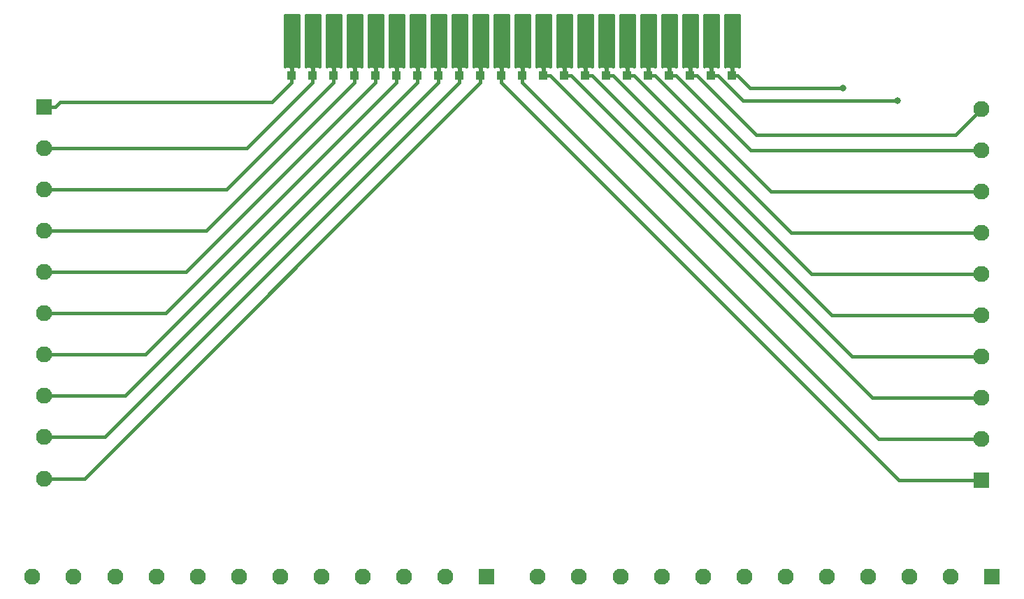
<source format=gbr>
G04 #@! TF.GenerationSoftware,KiCad,Pcbnew,(5.1.2-1)-1*
G04 #@! TF.CreationDate,2020-06-13T21:23:10-04:00*
G04 #@! TF.ProjectId,ArcadePanel,41726361-6465-4506-916e-656c2e6b6963,rev?*
G04 #@! TF.SameCoordinates,Original*
G04 #@! TF.FileFunction,Copper,L1,Top*
G04 #@! TF.FilePolarity,Positive*
%FSLAX46Y46*%
G04 Gerber Fmt 4.6, Leading zero omitted, Abs format (unit mm)*
G04 Created by KiCad (PCBNEW (5.1.2-1)-1) date 2020-06-13 21:23:10*
%MOMM*%
%LPD*%
G04 APERTURE LIST*
%ADD10R,1.000000X1.000000*%
%ADD11C,1.950000*%
%ADD12R,1.950000X1.950000*%
%ADD13C,0.800000*%
%ADD14C,0.381000*%
%ADD15C,0.254000*%
G04 APERTURE END LIST*
D10*
X205740000Y-60960000D03*
X203200000Y-60960000D03*
X200660000Y-60960000D03*
X198120000Y-60960000D03*
X195580000Y-60960000D03*
X193040000Y-60960000D03*
X190500000Y-60960000D03*
X187960000Y-60960000D03*
X185420000Y-60960000D03*
X182880000Y-60960000D03*
X180340000Y-60960000D03*
X177800000Y-60960000D03*
X175260000Y-60960000D03*
X172720000Y-60960000D03*
X170180000Y-60960000D03*
X167640000Y-60960000D03*
X165100000Y-60960000D03*
X162560000Y-60960000D03*
X160020000Y-60960000D03*
X157480000Y-60960000D03*
X154940000Y-60960000D03*
X152400000Y-60960000D03*
D11*
X121022000Y-121666000D03*
X126022000Y-121666000D03*
X131022000Y-121666000D03*
X136022000Y-121666000D03*
X141022000Y-121666000D03*
X146022000Y-121666000D03*
X151022000Y-121666000D03*
X156022000Y-121666000D03*
X161022000Y-121666000D03*
X166022000Y-121666000D03*
X171022000Y-121666000D03*
D12*
X176022000Y-121666000D03*
D11*
X182236000Y-121666000D03*
X187236000Y-121666000D03*
X192236000Y-121666000D03*
X197236000Y-121666000D03*
X202236000Y-121666000D03*
X207236000Y-121666000D03*
X212236000Y-121666000D03*
X217236000Y-121666000D03*
X222236000Y-121666000D03*
X227236000Y-121666000D03*
X232236000Y-121666000D03*
D12*
X237236000Y-121666000D03*
D11*
X235966000Y-64982000D03*
X235966000Y-69982000D03*
X235966000Y-74982000D03*
X235966000Y-79982000D03*
X235966000Y-84982000D03*
X235966000Y-89982000D03*
X235966000Y-94982000D03*
X235966000Y-99982000D03*
X235966000Y-104982000D03*
D12*
X235966000Y-109982000D03*
D11*
X122428000Y-109770000D03*
X122428000Y-104770000D03*
X122428000Y-99770000D03*
X122428000Y-94770000D03*
X122428000Y-89770000D03*
X122428000Y-84770000D03*
X122428000Y-79770000D03*
X122428000Y-74770000D03*
X122428000Y-69770000D03*
D12*
X122428000Y-64770000D03*
D13*
X219202000Y-62484000D03*
X225806000Y-64008000D03*
D14*
X123806858Y-109770000D02*
X122428000Y-109770000D01*
X127331000Y-109770000D02*
X123806858Y-109770000D01*
X175260000Y-61841000D02*
X127331000Y-109770000D01*
X175260000Y-60960000D02*
X175260000Y-61841000D01*
X123806858Y-104770000D02*
X122428000Y-104770000D01*
X129791000Y-104770000D02*
X123806858Y-104770000D01*
X172720000Y-61841000D02*
X129791000Y-104770000D01*
X172720000Y-60960000D02*
X172720000Y-61841000D01*
X123806858Y-99770000D02*
X122428000Y-99770000D01*
X132251000Y-99770000D02*
X123806858Y-99770000D01*
X170180000Y-61841000D02*
X132251000Y-99770000D01*
X170180000Y-60960000D02*
X170180000Y-61841000D01*
X123806858Y-94770000D02*
X122428000Y-94770000D01*
X134711000Y-94770000D02*
X123806858Y-94770000D01*
X167640000Y-61841000D02*
X134711000Y-94770000D01*
X167640000Y-60960000D02*
X167640000Y-61841000D01*
X123806858Y-89770000D02*
X122428000Y-89770000D01*
X137171000Y-89770000D02*
X123806858Y-89770000D01*
X165100000Y-61841000D02*
X137171000Y-89770000D01*
X165100000Y-60960000D02*
X165100000Y-61841000D01*
X139631000Y-84770000D02*
X123806858Y-84770000D01*
X162560000Y-61841000D02*
X139631000Y-84770000D01*
X123806858Y-84770000D02*
X122428000Y-84770000D01*
X162560000Y-60960000D02*
X162560000Y-61841000D01*
X123806858Y-79770000D02*
X122428000Y-79770000D01*
X142091000Y-79770000D02*
X123806858Y-79770000D01*
X160020000Y-61841000D02*
X142091000Y-79770000D01*
X160020000Y-60960000D02*
X160020000Y-61841000D01*
X123806858Y-74770000D02*
X122428000Y-74770000D01*
X144551000Y-74770000D02*
X123806858Y-74770000D01*
X157480000Y-61841000D02*
X144551000Y-74770000D01*
X157480000Y-60960000D02*
X157480000Y-61841000D01*
X123806858Y-69770000D02*
X122428000Y-69770000D01*
X147011000Y-69770000D02*
X123806858Y-69770000D01*
X154940000Y-61841000D02*
X147011000Y-69770000D01*
X154940000Y-60960000D02*
X154940000Y-61841000D01*
X150064501Y-64176499D02*
X124377501Y-64176499D01*
X152400000Y-61841000D02*
X150064501Y-64176499D01*
X123784000Y-64770000D02*
X122428000Y-64770000D01*
X124377501Y-64176499D02*
X123784000Y-64770000D01*
X152400000Y-60960000D02*
X152400000Y-61841000D01*
X232790499Y-68157501D02*
X234991001Y-65956999D01*
X201541000Y-60960000D02*
X208738501Y-68157501D01*
X234991001Y-65956999D02*
X235966000Y-64982000D01*
X208738501Y-68157501D02*
X232790499Y-68157501D01*
X200660000Y-60960000D02*
X201541000Y-60960000D01*
X234587142Y-69982000D02*
X235966000Y-69982000D01*
X208023000Y-69982000D02*
X234587142Y-69982000D01*
X199001000Y-60960000D02*
X208023000Y-69982000D01*
X198120000Y-60960000D02*
X199001000Y-60960000D01*
X234587142Y-74982000D02*
X235966000Y-74982000D01*
X210483000Y-74982000D02*
X234587142Y-74982000D01*
X196461000Y-60960000D02*
X210483000Y-74982000D01*
X195580000Y-60960000D02*
X196461000Y-60960000D01*
X193921000Y-60960000D02*
X212943000Y-79982000D01*
X234587142Y-79982000D02*
X235966000Y-79982000D01*
X212943000Y-79982000D02*
X234587142Y-79982000D01*
X193040000Y-60960000D02*
X193921000Y-60960000D01*
X234587142Y-84982000D02*
X235966000Y-84982000D01*
X215403000Y-84982000D02*
X234587142Y-84982000D01*
X191381000Y-60960000D02*
X215403000Y-84982000D01*
X190500000Y-60960000D02*
X191381000Y-60960000D01*
X234587142Y-89982000D02*
X235966000Y-89982000D01*
X217863000Y-89982000D02*
X234587142Y-89982000D01*
X188841000Y-60960000D02*
X217863000Y-89982000D01*
X187960000Y-60960000D02*
X188841000Y-60960000D01*
X234587142Y-94982000D02*
X235966000Y-94982000D01*
X220323000Y-94982000D02*
X234587142Y-94982000D01*
X186301000Y-60960000D02*
X220323000Y-94982000D01*
X185420000Y-60960000D02*
X186301000Y-60960000D01*
X234587142Y-99982000D02*
X235966000Y-99982000D01*
X222783000Y-99982000D02*
X234587142Y-99982000D01*
X183761000Y-60960000D02*
X222783000Y-99982000D01*
X182880000Y-60960000D02*
X183761000Y-60960000D01*
X180340000Y-61841000D02*
X180340000Y-60960000D01*
X223481000Y-104982000D02*
X180340000Y-61841000D01*
X235966000Y-104982000D02*
X223481000Y-104982000D01*
X225941000Y-109982000D02*
X177800000Y-61841000D01*
X177800000Y-61841000D02*
X177800000Y-60960000D01*
X235966000Y-109982000D02*
X225941000Y-109982000D01*
X207946381Y-62484000D02*
X216662000Y-62484000D01*
X216662000Y-62484000D02*
X219202000Y-62484000D01*
X206422381Y-60960000D02*
X207946381Y-62484000D01*
X205740000Y-60960000D02*
X206422381Y-60960000D01*
X219202000Y-62484000D02*
X219202000Y-62484000D01*
X204081000Y-60960000D02*
X207129000Y-64008000D01*
X203200000Y-60960000D02*
X204081000Y-60960000D01*
X207129000Y-64008000D02*
X225806000Y-64008000D01*
X225806000Y-64008000D02*
X225806000Y-64008000D01*
D15*
G36*
X153289000Y-59957781D02*
G01*
X153254494Y-59929463D01*
X153144180Y-59870498D01*
X153024482Y-59834188D01*
X152900000Y-59821928D01*
X152685750Y-59825000D01*
X152527000Y-59983750D01*
X152527000Y-60833000D01*
X152273000Y-60833000D01*
X152273000Y-59983750D01*
X152114250Y-59825000D01*
X151900000Y-59821928D01*
X151775518Y-59834188D01*
X151655820Y-59870498D01*
X151545506Y-59929463D01*
X151511000Y-59957781D01*
X151511000Y-53619000D01*
X153289000Y-53619000D01*
X153289000Y-59957781D01*
X153289000Y-59957781D01*
G37*
X153289000Y-59957781D02*
X153254494Y-59929463D01*
X153144180Y-59870498D01*
X153024482Y-59834188D01*
X152900000Y-59821928D01*
X152685750Y-59825000D01*
X152527000Y-59983750D01*
X152527000Y-60833000D01*
X152273000Y-60833000D01*
X152273000Y-59983750D01*
X152114250Y-59825000D01*
X151900000Y-59821928D01*
X151775518Y-59834188D01*
X151655820Y-59870498D01*
X151545506Y-59929463D01*
X151511000Y-59957781D01*
X151511000Y-53619000D01*
X153289000Y-53619000D01*
X153289000Y-59957781D01*
G36*
X155829000Y-59957781D02*
G01*
X155794494Y-59929463D01*
X155684180Y-59870498D01*
X155564482Y-59834188D01*
X155440000Y-59821928D01*
X155225750Y-59825000D01*
X155067000Y-59983750D01*
X155067000Y-60833000D01*
X154813000Y-60833000D01*
X154813000Y-59983750D01*
X154654250Y-59825000D01*
X154440000Y-59821928D01*
X154315518Y-59834188D01*
X154195820Y-59870498D01*
X154085506Y-59929463D01*
X154051000Y-59957781D01*
X154051000Y-53619000D01*
X155829000Y-53619000D01*
X155829000Y-59957781D01*
X155829000Y-59957781D01*
G37*
X155829000Y-59957781D02*
X155794494Y-59929463D01*
X155684180Y-59870498D01*
X155564482Y-59834188D01*
X155440000Y-59821928D01*
X155225750Y-59825000D01*
X155067000Y-59983750D01*
X155067000Y-60833000D01*
X154813000Y-60833000D01*
X154813000Y-59983750D01*
X154654250Y-59825000D01*
X154440000Y-59821928D01*
X154315518Y-59834188D01*
X154195820Y-59870498D01*
X154085506Y-59929463D01*
X154051000Y-59957781D01*
X154051000Y-53619000D01*
X155829000Y-53619000D01*
X155829000Y-59957781D01*
G36*
X158369000Y-59957781D02*
G01*
X158334494Y-59929463D01*
X158224180Y-59870498D01*
X158104482Y-59834188D01*
X157980000Y-59821928D01*
X157765750Y-59825000D01*
X157607000Y-59983750D01*
X157607000Y-60833000D01*
X157353000Y-60833000D01*
X157353000Y-59983750D01*
X157194250Y-59825000D01*
X156980000Y-59821928D01*
X156855518Y-59834188D01*
X156735820Y-59870498D01*
X156625506Y-59929463D01*
X156591000Y-59957781D01*
X156591000Y-53619000D01*
X158369000Y-53619000D01*
X158369000Y-59957781D01*
X158369000Y-59957781D01*
G37*
X158369000Y-59957781D02*
X158334494Y-59929463D01*
X158224180Y-59870498D01*
X158104482Y-59834188D01*
X157980000Y-59821928D01*
X157765750Y-59825000D01*
X157607000Y-59983750D01*
X157607000Y-60833000D01*
X157353000Y-60833000D01*
X157353000Y-59983750D01*
X157194250Y-59825000D01*
X156980000Y-59821928D01*
X156855518Y-59834188D01*
X156735820Y-59870498D01*
X156625506Y-59929463D01*
X156591000Y-59957781D01*
X156591000Y-53619000D01*
X158369000Y-53619000D01*
X158369000Y-59957781D01*
G36*
X160909000Y-59957781D02*
G01*
X160874494Y-59929463D01*
X160764180Y-59870498D01*
X160644482Y-59834188D01*
X160520000Y-59821928D01*
X160305750Y-59825000D01*
X160147000Y-59983750D01*
X160147000Y-60833000D01*
X159893000Y-60833000D01*
X159893000Y-59983750D01*
X159734250Y-59825000D01*
X159520000Y-59821928D01*
X159395518Y-59834188D01*
X159275820Y-59870498D01*
X159165506Y-59929463D01*
X159131000Y-59957781D01*
X159131000Y-53619000D01*
X160909000Y-53619000D01*
X160909000Y-59957781D01*
X160909000Y-59957781D01*
G37*
X160909000Y-59957781D02*
X160874494Y-59929463D01*
X160764180Y-59870498D01*
X160644482Y-59834188D01*
X160520000Y-59821928D01*
X160305750Y-59825000D01*
X160147000Y-59983750D01*
X160147000Y-60833000D01*
X159893000Y-60833000D01*
X159893000Y-59983750D01*
X159734250Y-59825000D01*
X159520000Y-59821928D01*
X159395518Y-59834188D01*
X159275820Y-59870498D01*
X159165506Y-59929463D01*
X159131000Y-59957781D01*
X159131000Y-53619000D01*
X160909000Y-53619000D01*
X160909000Y-59957781D01*
G36*
X163449000Y-59957781D02*
G01*
X163414494Y-59929463D01*
X163304180Y-59870498D01*
X163184482Y-59834188D01*
X163060000Y-59821928D01*
X162845750Y-59825000D01*
X162687000Y-59983750D01*
X162687000Y-60833000D01*
X162433000Y-60833000D01*
X162433000Y-59983750D01*
X162274250Y-59825000D01*
X162060000Y-59821928D01*
X161935518Y-59834188D01*
X161815820Y-59870498D01*
X161705506Y-59929463D01*
X161671000Y-59957781D01*
X161671000Y-53619000D01*
X163449000Y-53619000D01*
X163449000Y-59957781D01*
X163449000Y-59957781D01*
G37*
X163449000Y-59957781D02*
X163414494Y-59929463D01*
X163304180Y-59870498D01*
X163184482Y-59834188D01*
X163060000Y-59821928D01*
X162845750Y-59825000D01*
X162687000Y-59983750D01*
X162687000Y-60833000D01*
X162433000Y-60833000D01*
X162433000Y-59983750D01*
X162274250Y-59825000D01*
X162060000Y-59821928D01*
X161935518Y-59834188D01*
X161815820Y-59870498D01*
X161705506Y-59929463D01*
X161671000Y-59957781D01*
X161671000Y-53619000D01*
X163449000Y-53619000D01*
X163449000Y-59957781D01*
G36*
X165989000Y-59957781D02*
G01*
X165954494Y-59929463D01*
X165844180Y-59870498D01*
X165724482Y-59834188D01*
X165600000Y-59821928D01*
X165385750Y-59825000D01*
X165227000Y-59983750D01*
X165227000Y-60833000D01*
X164973000Y-60833000D01*
X164973000Y-59983750D01*
X164814250Y-59825000D01*
X164600000Y-59821928D01*
X164475518Y-59834188D01*
X164355820Y-59870498D01*
X164245506Y-59929463D01*
X164211000Y-59957781D01*
X164211000Y-53619000D01*
X165989000Y-53619000D01*
X165989000Y-59957781D01*
X165989000Y-59957781D01*
G37*
X165989000Y-59957781D02*
X165954494Y-59929463D01*
X165844180Y-59870498D01*
X165724482Y-59834188D01*
X165600000Y-59821928D01*
X165385750Y-59825000D01*
X165227000Y-59983750D01*
X165227000Y-60833000D01*
X164973000Y-60833000D01*
X164973000Y-59983750D01*
X164814250Y-59825000D01*
X164600000Y-59821928D01*
X164475518Y-59834188D01*
X164355820Y-59870498D01*
X164245506Y-59929463D01*
X164211000Y-59957781D01*
X164211000Y-53619000D01*
X165989000Y-53619000D01*
X165989000Y-59957781D01*
G36*
X168529000Y-59957781D02*
G01*
X168494494Y-59929463D01*
X168384180Y-59870498D01*
X168264482Y-59834188D01*
X168140000Y-59821928D01*
X167925750Y-59825000D01*
X167767000Y-59983750D01*
X167767000Y-60833000D01*
X167513000Y-60833000D01*
X167513000Y-59983750D01*
X167354250Y-59825000D01*
X167140000Y-59821928D01*
X167015518Y-59834188D01*
X166895820Y-59870498D01*
X166785506Y-59929463D01*
X166751000Y-59957781D01*
X166751000Y-53619000D01*
X168529000Y-53619000D01*
X168529000Y-59957781D01*
X168529000Y-59957781D01*
G37*
X168529000Y-59957781D02*
X168494494Y-59929463D01*
X168384180Y-59870498D01*
X168264482Y-59834188D01*
X168140000Y-59821928D01*
X167925750Y-59825000D01*
X167767000Y-59983750D01*
X167767000Y-60833000D01*
X167513000Y-60833000D01*
X167513000Y-59983750D01*
X167354250Y-59825000D01*
X167140000Y-59821928D01*
X167015518Y-59834188D01*
X166895820Y-59870498D01*
X166785506Y-59929463D01*
X166751000Y-59957781D01*
X166751000Y-53619000D01*
X168529000Y-53619000D01*
X168529000Y-59957781D01*
G36*
X171069000Y-59957781D02*
G01*
X171034494Y-59929463D01*
X170924180Y-59870498D01*
X170804482Y-59834188D01*
X170680000Y-59821928D01*
X170465750Y-59825000D01*
X170307000Y-59983750D01*
X170307000Y-60833000D01*
X170053000Y-60833000D01*
X170053000Y-59983750D01*
X169894250Y-59825000D01*
X169680000Y-59821928D01*
X169555518Y-59834188D01*
X169435820Y-59870498D01*
X169325506Y-59929463D01*
X169291000Y-59957781D01*
X169291000Y-53619000D01*
X171069000Y-53619000D01*
X171069000Y-59957781D01*
X171069000Y-59957781D01*
G37*
X171069000Y-59957781D02*
X171034494Y-59929463D01*
X170924180Y-59870498D01*
X170804482Y-59834188D01*
X170680000Y-59821928D01*
X170465750Y-59825000D01*
X170307000Y-59983750D01*
X170307000Y-60833000D01*
X170053000Y-60833000D01*
X170053000Y-59983750D01*
X169894250Y-59825000D01*
X169680000Y-59821928D01*
X169555518Y-59834188D01*
X169435820Y-59870498D01*
X169325506Y-59929463D01*
X169291000Y-59957781D01*
X169291000Y-53619000D01*
X171069000Y-53619000D01*
X171069000Y-59957781D01*
G36*
X173609000Y-59957781D02*
G01*
X173574494Y-59929463D01*
X173464180Y-59870498D01*
X173344482Y-59834188D01*
X173220000Y-59821928D01*
X173005750Y-59825000D01*
X172847000Y-59983750D01*
X172847000Y-60833000D01*
X172593000Y-60833000D01*
X172593000Y-59983750D01*
X172434250Y-59825000D01*
X172220000Y-59821928D01*
X172095518Y-59834188D01*
X171975820Y-59870498D01*
X171865506Y-59929463D01*
X171831000Y-59957781D01*
X171831000Y-53619000D01*
X173609000Y-53619000D01*
X173609000Y-59957781D01*
X173609000Y-59957781D01*
G37*
X173609000Y-59957781D02*
X173574494Y-59929463D01*
X173464180Y-59870498D01*
X173344482Y-59834188D01*
X173220000Y-59821928D01*
X173005750Y-59825000D01*
X172847000Y-59983750D01*
X172847000Y-60833000D01*
X172593000Y-60833000D01*
X172593000Y-59983750D01*
X172434250Y-59825000D01*
X172220000Y-59821928D01*
X172095518Y-59834188D01*
X171975820Y-59870498D01*
X171865506Y-59929463D01*
X171831000Y-59957781D01*
X171831000Y-53619000D01*
X173609000Y-53619000D01*
X173609000Y-59957781D01*
G36*
X176149000Y-59957781D02*
G01*
X176114494Y-59929463D01*
X176004180Y-59870498D01*
X175884482Y-59834188D01*
X175760000Y-59821928D01*
X175545750Y-59825000D01*
X175387000Y-59983750D01*
X175387000Y-60833000D01*
X175133000Y-60833000D01*
X175133000Y-59983750D01*
X174974250Y-59825000D01*
X174760000Y-59821928D01*
X174635518Y-59834188D01*
X174515820Y-59870498D01*
X174405506Y-59929463D01*
X174371000Y-59957781D01*
X174371000Y-53619000D01*
X176149000Y-53619000D01*
X176149000Y-59957781D01*
X176149000Y-59957781D01*
G37*
X176149000Y-59957781D02*
X176114494Y-59929463D01*
X176004180Y-59870498D01*
X175884482Y-59834188D01*
X175760000Y-59821928D01*
X175545750Y-59825000D01*
X175387000Y-59983750D01*
X175387000Y-60833000D01*
X175133000Y-60833000D01*
X175133000Y-59983750D01*
X174974250Y-59825000D01*
X174760000Y-59821928D01*
X174635518Y-59834188D01*
X174515820Y-59870498D01*
X174405506Y-59929463D01*
X174371000Y-59957781D01*
X174371000Y-53619000D01*
X176149000Y-53619000D01*
X176149000Y-59957781D01*
G36*
X178689000Y-59957781D02*
G01*
X178654494Y-59929463D01*
X178544180Y-59870498D01*
X178424482Y-59834188D01*
X178300000Y-59821928D01*
X178085750Y-59825000D01*
X177927000Y-59983750D01*
X177927000Y-60833000D01*
X177673000Y-60833000D01*
X177673000Y-59983750D01*
X177514250Y-59825000D01*
X177300000Y-59821928D01*
X177175518Y-59834188D01*
X177055820Y-59870498D01*
X176945506Y-59929463D01*
X176911000Y-59957781D01*
X176911000Y-53619000D01*
X178689000Y-53619000D01*
X178689000Y-59957781D01*
X178689000Y-59957781D01*
G37*
X178689000Y-59957781D02*
X178654494Y-59929463D01*
X178544180Y-59870498D01*
X178424482Y-59834188D01*
X178300000Y-59821928D01*
X178085750Y-59825000D01*
X177927000Y-59983750D01*
X177927000Y-60833000D01*
X177673000Y-60833000D01*
X177673000Y-59983750D01*
X177514250Y-59825000D01*
X177300000Y-59821928D01*
X177175518Y-59834188D01*
X177055820Y-59870498D01*
X176945506Y-59929463D01*
X176911000Y-59957781D01*
X176911000Y-53619000D01*
X178689000Y-53619000D01*
X178689000Y-59957781D01*
G36*
X181229000Y-59957781D02*
G01*
X181194494Y-59929463D01*
X181084180Y-59870498D01*
X180964482Y-59834188D01*
X180840000Y-59821928D01*
X180625750Y-59825000D01*
X180467000Y-59983750D01*
X180467000Y-60833000D01*
X180213000Y-60833000D01*
X180213000Y-59983750D01*
X180054250Y-59825000D01*
X179840000Y-59821928D01*
X179715518Y-59834188D01*
X179595820Y-59870498D01*
X179485506Y-59929463D01*
X179451000Y-59957781D01*
X179451000Y-53619000D01*
X181229000Y-53619000D01*
X181229000Y-59957781D01*
X181229000Y-59957781D01*
G37*
X181229000Y-59957781D02*
X181194494Y-59929463D01*
X181084180Y-59870498D01*
X180964482Y-59834188D01*
X180840000Y-59821928D01*
X180625750Y-59825000D01*
X180467000Y-59983750D01*
X180467000Y-60833000D01*
X180213000Y-60833000D01*
X180213000Y-59983750D01*
X180054250Y-59825000D01*
X179840000Y-59821928D01*
X179715518Y-59834188D01*
X179595820Y-59870498D01*
X179485506Y-59929463D01*
X179451000Y-59957781D01*
X179451000Y-53619000D01*
X181229000Y-53619000D01*
X181229000Y-59957781D01*
G36*
X183769000Y-59957781D02*
G01*
X183734494Y-59929463D01*
X183624180Y-59870498D01*
X183504482Y-59834188D01*
X183380000Y-59821928D01*
X183165750Y-59825000D01*
X183007000Y-59983750D01*
X183007000Y-60833000D01*
X182753000Y-60833000D01*
X182753000Y-59983750D01*
X182594250Y-59825000D01*
X182380000Y-59821928D01*
X182255518Y-59834188D01*
X182135820Y-59870498D01*
X182025506Y-59929463D01*
X181991000Y-59957781D01*
X181991000Y-53619000D01*
X183769000Y-53619000D01*
X183769000Y-59957781D01*
X183769000Y-59957781D01*
G37*
X183769000Y-59957781D02*
X183734494Y-59929463D01*
X183624180Y-59870498D01*
X183504482Y-59834188D01*
X183380000Y-59821928D01*
X183165750Y-59825000D01*
X183007000Y-59983750D01*
X183007000Y-60833000D01*
X182753000Y-60833000D01*
X182753000Y-59983750D01*
X182594250Y-59825000D01*
X182380000Y-59821928D01*
X182255518Y-59834188D01*
X182135820Y-59870498D01*
X182025506Y-59929463D01*
X181991000Y-59957781D01*
X181991000Y-53619000D01*
X183769000Y-53619000D01*
X183769000Y-59957781D01*
G36*
X186309000Y-59957781D02*
G01*
X186274494Y-59929463D01*
X186164180Y-59870498D01*
X186044482Y-59834188D01*
X185920000Y-59821928D01*
X185705750Y-59825000D01*
X185547000Y-59983750D01*
X185547000Y-60833000D01*
X185567000Y-60833000D01*
X185567000Y-60856977D01*
X185273000Y-60856977D01*
X185273000Y-60833000D01*
X185293000Y-60833000D01*
X185293000Y-59983750D01*
X185134250Y-59825000D01*
X184920000Y-59821928D01*
X184795518Y-59834188D01*
X184675820Y-59870498D01*
X184565506Y-59929463D01*
X184531000Y-59957781D01*
X184531000Y-53619000D01*
X186309000Y-53619000D01*
X186309000Y-59957781D01*
X186309000Y-59957781D01*
G37*
X186309000Y-59957781D02*
X186274494Y-59929463D01*
X186164180Y-59870498D01*
X186044482Y-59834188D01*
X185920000Y-59821928D01*
X185705750Y-59825000D01*
X185547000Y-59983750D01*
X185547000Y-60833000D01*
X185567000Y-60833000D01*
X185567000Y-60856977D01*
X185273000Y-60856977D01*
X185273000Y-60833000D01*
X185293000Y-60833000D01*
X185293000Y-59983750D01*
X185134250Y-59825000D01*
X184920000Y-59821928D01*
X184795518Y-59834188D01*
X184675820Y-59870498D01*
X184565506Y-59929463D01*
X184531000Y-59957781D01*
X184531000Y-53619000D01*
X186309000Y-53619000D01*
X186309000Y-59957781D01*
G36*
X188849000Y-59957781D02*
G01*
X188814494Y-59929463D01*
X188704180Y-59870498D01*
X188584482Y-59834188D01*
X188460000Y-59821928D01*
X188245750Y-59825000D01*
X188087000Y-59983750D01*
X188087000Y-60833000D01*
X187833000Y-60833000D01*
X187833000Y-59983750D01*
X187674250Y-59825000D01*
X187460000Y-59821928D01*
X187335518Y-59834188D01*
X187215820Y-59870498D01*
X187105506Y-59929463D01*
X187071000Y-59957781D01*
X187071000Y-53619000D01*
X188849000Y-53619000D01*
X188849000Y-59957781D01*
X188849000Y-59957781D01*
G37*
X188849000Y-59957781D02*
X188814494Y-59929463D01*
X188704180Y-59870498D01*
X188584482Y-59834188D01*
X188460000Y-59821928D01*
X188245750Y-59825000D01*
X188087000Y-59983750D01*
X188087000Y-60833000D01*
X187833000Y-60833000D01*
X187833000Y-59983750D01*
X187674250Y-59825000D01*
X187460000Y-59821928D01*
X187335518Y-59834188D01*
X187215820Y-59870498D01*
X187105506Y-59929463D01*
X187071000Y-59957781D01*
X187071000Y-53619000D01*
X188849000Y-53619000D01*
X188849000Y-59957781D01*
G36*
X191389000Y-59957781D02*
G01*
X191354494Y-59929463D01*
X191244180Y-59870498D01*
X191124482Y-59834188D01*
X191000000Y-59821928D01*
X190785750Y-59825000D01*
X190627000Y-59983750D01*
X190627000Y-60833000D01*
X190373000Y-60833000D01*
X190373000Y-59983750D01*
X190214250Y-59825000D01*
X190000000Y-59821928D01*
X189875518Y-59834188D01*
X189755820Y-59870498D01*
X189645506Y-59929463D01*
X189611000Y-59957781D01*
X189611000Y-53619000D01*
X191389000Y-53619000D01*
X191389000Y-59957781D01*
X191389000Y-59957781D01*
G37*
X191389000Y-59957781D02*
X191354494Y-59929463D01*
X191244180Y-59870498D01*
X191124482Y-59834188D01*
X191000000Y-59821928D01*
X190785750Y-59825000D01*
X190627000Y-59983750D01*
X190627000Y-60833000D01*
X190373000Y-60833000D01*
X190373000Y-59983750D01*
X190214250Y-59825000D01*
X190000000Y-59821928D01*
X189875518Y-59834188D01*
X189755820Y-59870498D01*
X189645506Y-59929463D01*
X189611000Y-59957781D01*
X189611000Y-53619000D01*
X191389000Y-53619000D01*
X191389000Y-59957781D01*
G36*
X193929000Y-59957781D02*
G01*
X193894494Y-59929463D01*
X193784180Y-59870498D01*
X193664482Y-59834188D01*
X193540000Y-59821928D01*
X193325750Y-59825000D01*
X193167000Y-59983750D01*
X193167000Y-60833000D01*
X192913000Y-60833000D01*
X192913000Y-59983750D01*
X192754250Y-59825000D01*
X192540000Y-59821928D01*
X192415518Y-59834188D01*
X192295820Y-59870498D01*
X192185506Y-59929463D01*
X192151000Y-59957781D01*
X192151000Y-53619000D01*
X193929000Y-53619000D01*
X193929000Y-59957781D01*
X193929000Y-59957781D01*
G37*
X193929000Y-59957781D02*
X193894494Y-59929463D01*
X193784180Y-59870498D01*
X193664482Y-59834188D01*
X193540000Y-59821928D01*
X193325750Y-59825000D01*
X193167000Y-59983750D01*
X193167000Y-60833000D01*
X192913000Y-60833000D01*
X192913000Y-59983750D01*
X192754250Y-59825000D01*
X192540000Y-59821928D01*
X192415518Y-59834188D01*
X192295820Y-59870498D01*
X192185506Y-59929463D01*
X192151000Y-59957781D01*
X192151000Y-53619000D01*
X193929000Y-53619000D01*
X193929000Y-59957781D01*
G36*
X196469000Y-59957781D02*
G01*
X196434494Y-59929463D01*
X196324180Y-59870498D01*
X196204482Y-59834188D01*
X196080000Y-59821928D01*
X195865750Y-59825000D01*
X195707000Y-59983750D01*
X195707000Y-60833000D01*
X195453000Y-60833000D01*
X195453000Y-59983750D01*
X195294250Y-59825000D01*
X195080000Y-59821928D01*
X194955518Y-59834188D01*
X194835820Y-59870498D01*
X194725506Y-59929463D01*
X194691000Y-59957781D01*
X194691000Y-53619000D01*
X196469000Y-53619000D01*
X196469000Y-59957781D01*
X196469000Y-59957781D01*
G37*
X196469000Y-59957781D02*
X196434494Y-59929463D01*
X196324180Y-59870498D01*
X196204482Y-59834188D01*
X196080000Y-59821928D01*
X195865750Y-59825000D01*
X195707000Y-59983750D01*
X195707000Y-60833000D01*
X195453000Y-60833000D01*
X195453000Y-59983750D01*
X195294250Y-59825000D01*
X195080000Y-59821928D01*
X194955518Y-59834188D01*
X194835820Y-59870498D01*
X194725506Y-59929463D01*
X194691000Y-59957781D01*
X194691000Y-53619000D01*
X196469000Y-53619000D01*
X196469000Y-59957781D01*
G36*
X199009000Y-59957781D02*
G01*
X198974494Y-59929463D01*
X198864180Y-59870498D01*
X198744482Y-59834188D01*
X198620000Y-59821928D01*
X198405750Y-59825000D01*
X198247000Y-59983750D01*
X198247000Y-60833000D01*
X197993000Y-60833000D01*
X197993000Y-59983750D01*
X197834250Y-59825000D01*
X197620000Y-59821928D01*
X197495518Y-59834188D01*
X197375820Y-59870498D01*
X197265506Y-59929463D01*
X197231000Y-59957781D01*
X197231000Y-53619000D01*
X199009000Y-53619000D01*
X199009000Y-59957781D01*
X199009000Y-59957781D01*
G37*
X199009000Y-59957781D02*
X198974494Y-59929463D01*
X198864180Y-59870498D01*
X198744482Y-59834188D01*
X198620000Y-59821928D01*
X198405750Y-59825000D01*
X198247000Y-59983750D01*
X198247000Y-60833000D01*
X197993000Y-60833000D01*
X197993000Y-59983750D01*
X197834250Y-59825000D01*
X197620000Y-59821928D01*
X197495518Y-59834188D01*
X197375820Y-59870498D01*
X197265506Y-59929463D01*
X197231000Y-59957781D01*
X197231000Y-53619000D01*
X199009000Y-53619000D01*
X199009000Y-59957781D01*
G36*
X201549000Y-59957781D02*
G01*
X201514494Y-59929463D01*
X201404180Y-59870498D01*
X201284482Y-59834188D01*
X201160000Y-59821928D01*
X200945750Y-59825000D01*
X200787000Y-59983750D01*
X200787000Y-60833000D01*
X200533000Y-60833000D01*
X200533000Y-59983750D01*
X200374250Y-59825000D01*
X200160000Y-59821928D01*
X200035518Y-59834188D01*
X199915820Y-59870498D01*
X199805506Y-59929463D01*
X199771000Y-59957781D01*
X199771000Y-53619000D01*
X201549000Y-53619000D01*
X201549000Y-59957781D01*
X201549000Y-59957781D01*
G37*
X201549000Y-59957781D02*
X201514494Y-59929463D01*
X201404180Y-59870498D01*
X201284482Y-59834188D01*
X201160000Y-59821928D01*
X200945750Y-59825000D01*
X200787000Y-59983750D01*
X200787000Y-60833000D01*
X200533000Y-60833000D01*
X200533000Y-59983750D01*
X200374250Y-59825000D01*
X200160000Y-59821928D01*
X200035518Y-59834188D01*
X199915820Y-59870498D01*
X199805506Y-59929463D01*
X199771000Y-59957781D01*
X199771000Y-53619000D01*
X201549000Y-53619000D01*
X201549000Y-59957781D01*
G36*
X204089000Y-59957781D02*
G01*
X204054494Y-59929463D01*
X203944180Y-59870498D01*
X203824482Y-59834188D01*
X203700000Y-59821928D01*
X203485750Y-59825000D01*
X203327000Y-59983750D01*
X203327000Y-60833000D01*
X203073000Y-60833000D01*
X203073000Y-59983750D01*
X202914250Y-59825000D01*
X202700000Y-59821928D01*
X202575518Y-59834188D01*
X202455820Y-59870498D01*
X202345506Y-59929463D01*
X202311000Y-59957781D01*
X202311000Y-53619000D01*
X204089000Y-53619000D01*
X204089000Y-59957781D01*
X204089000Y-59957781D01*
G37*
X204089000Y-59957781D02*
X204054494Y-59929463D01*
X203944180Y-59870498D01*
X203824482Y-59834188D01*
X203700000Y-59821928D01*
X203485750Y-59825000D01*
X203327000Y-59983750D01*
X203327000Y-60833000D01*
X203073000Y-60833000D01*
X203073000Y-59983750D01*
X202914250Y-59825000D01*
X202700000Y-59821928D01*
X202575518Y-59834188D01*
X202455820Y-59870498D01*
X202345506Y-59929463D01*
X202311000Y-59957781D01*
X202311000Y-53619000D01*
X204089000Y-53619000D01*
X204089000Y-59957781D01*
G36*
X206629000Y-59957781D02*
G01*
X206594494Y-59929463D01*
X206484180Y-59870498D01*
X206364482Y-59834188D01*
X206240000Y-59821928D01*
X206025750Y-59825000D01*
X205867000Y-59983750D01*
X205867000Y-60833000D01*
X205613000Y-60833000D01*
X205613000Y-59983750D01*
X205454250Y-59825000D01*
X205240000Y-59821928D01*
X205115518Y-59834188D01*
X204995820Y-59870498D01*
X204885506Y-59929463D01*
X204851000Y-59957781D01*
X204851000Y-53619000D01*
X206629000Y-53619000D01*
X206629000Y-59957781D01*
X206629000Y-59957781D01*
G37*
X206629000Y-59957781D02*
X206594494Y-59929463D01*
X206484180Y-59870498D01*
X206364482Y-59834188D01*
X206240000Y-59821928D01*
X206025750Y-59825000D01*
X205867000Y-59983750D01*
X205867000Y-60833000D01*
X205613000Y-60833000D01*
X205613000Y-59983750D01*
X205454250Y-59825000D01*
X205240000Y-59821928D01*
X205115518Y-59834188D01*
X204995820Y-59870498D01*
X204885506Y-59929463D01*
X204851000Y-59957781D01*
X204851000Y-53619000D01*
X206629000Y-53619000D01*
X206629000Y-59957781D01*
M02*

</source>
